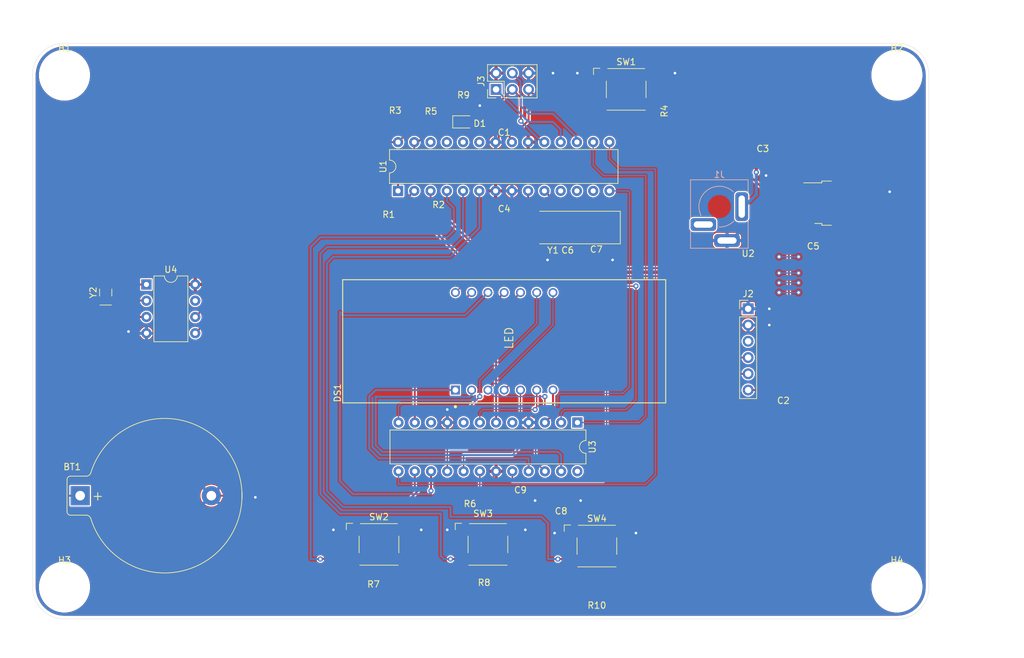
<source format=kicad_pcb>
(kicad_pcb (version 20211014) (generator pcbnew)
  (layers (0 "F.Cu" signal) (31 "B.Cu" signal) (34 "B.Paste" user) (35 "F.Paste" user) (36 "B.SilkS" user "B.Silkscreen") (37 "F.SilkS" user "F.Silkscreen") (38 "B.Mask" user) (39 "F.Mask" user) (44 "Edge.Cuts" user))
  (net 0 "")
  (net 1 "Net-(BT1-Pad1)")
  (net 2 "GND")
  (net 3 "Net-(C1-Pad1)")
  (net 4 "RESET")
  (net 5 "Net-(C2-Pad2)")
  (net 6 "Net-(C3-Pad1)")
  (net 7 "VCC")
  (net 8 "Net-(C6-Pad1)")
  (net 9 "Net-(C7-Pad1)")
  (net 10 "Net-(DS1-Pad1)")
  (net 11 "Net-(DS1-Pad2)")
  (net 12 "Net-(DS1-Pad3)")
  (net 13 "Net-(DS1-Pad4)")
  (net 14 "Net-(DS1-Pad5)")
  (net 15 "Net-(DS1-Pad6)")
  (net 16 "Net-(DS1-Pad7)")
  (net 17 "Net-(DS1-Pad9)")
  (net 18 "Net-(DS1-Pad10)")
  (net 19 "Net-(DS1-Pad11)")
  (net 20 "Net-(DS1-Pad12)")
  (net 21 "Net-(DS1-Pad13)")
  (net 22 "Net-(DS1-Pad14)")
  (net 24 "Net-(J2-Pad5)")
  (net 25 "Net-(J2-Pad4)")
  (net 27 "MISO")
  (net 28 "LED_SCK")
  (net 29 "MOSI")
  (net 30 "RXD")
  (net 31 "TXD")
  (net 32 "SCL")
  (net 33 "SDA")
  (net 34 "Net-(R6-Pad2)")
  (net 35 "BTN_DWN")
  (net 36 "BTN_SEL")
  (net 37 "BTN_UP")
  (net 41 "DISP_LOAD")
  (net 42 "DISP_CLK")
  (net 43 "DISP_DATA")
  (net 52 "Net-(U4-Pad1)")
  (net 53 "Net-(U4-Pad2)")
  (net 55 "Net-(D1-Pad1)")
  (footprint "footprints:MountingHole_3.2mm_M3" (layer "F.Cu") (at 215 140)
    (fp_text reference "H4")
    (fp_text value "MountingHole")
  )
  (footprint "footprints:C_0805_2012Metric" (layer "F.Cu") (at 197.27 109.22 180)
    (fp_text reference "C2")
    (fp_text value "C_0805_0.1uf")
  )
  (footprint "footprints:C_0805_2012Metric" (layer "F.Cu") (at 168.06 88.88)
    (fp_text reference "C7")
    (fp_text value "C_0805_22pf")
  )
  (footprint "footprints:PinHeader_2x03_P2.54mm_Vertical" (layer "F.Cu") (at 152.4 62.23 90)
    (fp_text reference "J3")
    (fp_text value "Conn_02x03_Odd_Even")
  )
  (footprint "footprints:TO-252-2" (layer "F.Cu") (at 205.74 80.01)
    (fp_text reference "U2")
    (fp_text value "L7805")
  )
  (footprint "footprints:C_0805_2012Metric" (layer "F.Cu") (at 153.67 67.31 180)
    (fp_text reference "C1")
    (fp_text value "C_0805_10uf")
  )
  (footprint "footprints:PinHeader_1x06_P2.54mm_Vertical" (layer "F.Cu") (at 191.77 96.52)
    (fp_text reference "J2")
    (fp_text value "Conn_01x06")
  )
  (footprint "footprints:SW_SPST_Omron_B3FS-100xP" (layer "F.Cu") (at 151.13 133.35)
    (fp_text reference "SW3")
    (fp_text value "Omron_B3F_SPST")
  )
  (footprint "footprints:R_0805_2012Metric" (layer "F.Cu") (at 151.13 127 180)
    (fp_text reference "R6")
    (fp_text value "R_0805_22K")
  )
  (footprint "footprints:R_0805_2012Metric" (layer "F.Cu") (at 180.34 65.62 90)
    (fp_text reference "R4")
    (fp_text value "R_0805_10K")
  )
  (footprint "footprints:C_0805_2012Metric" (layer "F.Cu") (at 153.67 82.55)
    (fp_text reference "C4")
    (fp_text value "C_0805_0.1uf")
  )
  (footprint "footprints:R_0805_2012Metric" (layer "F.Cu") (at 133.262 141.224)
    (fp_text reference "R7")
    (fp_text value "R_0805_10K")
  )
  (footprint "footprints:LED_0805_2012Metric" (layer "F.Cu") (at 147.32 67.31)
    (fp_text reference "D1")
    (fp_text value "LED_0805")
  )
  (footprint "footprints:C_0805_2012Metric" (layer "F.Cu") (at 156.21 126.492)
    (fp_text reference "C9")
    (fp_text value "C_0805_10uf")
  )
  (footprint "footprints:Adafruit-1001-0-0-MFG" (layer "F.Cu") (at 153.67 101.6 90)
    (fp_text reference "DS1")
    (fp_text value "LED")
  )
  (footprint "footprints:DIP-28_W7.62mm" (layer "F.Cu") (at 137.09 78.095 90)
    (fp_text reference "U1")
    (fp_text value "ATmega328-PU")
  )
  (footprint "footprints:R_0805_2012Metric" (layer "F.Cu") (at 168.148 141.224 180)
    (fp_text reference "R10")
    (fp_text value "R_0805_10K")
  )
  (footprint "footprints:MountingHole_3.2mm_M3" (layer "F.Cu") (at 215 60)
    (fp_text reference "H2")
    (fp_text value "MountingHole")
  )
  (footprint "footprints:R_0805_2012Metric" (layer "F.Cu") (at 142.24 67.31)
    (fp_text reference "R5")
    (fp_text value "R_0805_4.7K")
  )
  (footprint "footprints:MountingHole_3.2mm_M3" (layer "F.Cu") (at 85 140)
    (fp_text reference "H3")
    (fp_text value "MountingHole")
  )
  (footprint "footprints:DIP-8_W7.62mm" (layer "F.Cu") (at 97.8 92.72)
    (fp_text reference "U4")
    (fp_text value "DS1307_DIP-8")
  )
  (footprint "footprints:SW_SPST_Omron_B3FS-100xP" (layer "F.Cu") (at 172.72 62.23)
    (fp_text reference "SW1")
    (fp_text value "Omron_B3F_SPST")
  )
  (footprint "footprints:C_0805_2012Metric" (layer "F.Cu") (at 201.93 85.09 180)
    (fp_text reference "C5")
    (fp_text value "C_0805_0.1uf")
  )
  (footprint "footprints:BatteryHolder_Keystone_106_1x20mm" (layer "F.Cu") (at 87.446314 125.730017)
    (fp_text reference "BT1")
    (fp_text value "Battery_Cell")
  )
  (footprint "footprints:MountingHole_3.2mm_M3" (layer "F.Cu") (at 85 60)
    (fp_text reference "H1")
    (fp_text value "MountingHole")
  )
  (footprint "footprints:SW_SPST_Omron_B3FS-100xP" (layer "F.Cu") (at 134.112 133.35)
    (fp_text reference "SW2")
    (fp_text value "Omron_B3F_SPST")
  )
  (footprint "footprints:R_0805_2012Metric" (layer "F.Cu") (at 138.35 81.915)
    (fp_text reference "R1")
    (fp_text value "R_0805_47")
  )
  (footprint "footprints:R_0805_2012Metric" (layer "F.Cu") (at 143.43 81.915)
    (fp_text reference "R2")
    (fp_text value "R_0805_47")
  )
  (footprint "footprints:Crystal_SMD_HC49-SD" (layer "F.Cu") (at 165.1 83.82 180)
    (fp_text reference "Y1")
    (fp_text value "Crystal_16MHz")
  )
  (footprint "footprints:SW_SPST_Omron_B3FS-100xP" (layer "F.Cu") (at 168.148 133.604)
    (fp_text reference "SW4")
    (fp_text value "Omron_B3F_SPST")
  )
  (footprint "footprints:R_0805_2012Metric" (layer "F.Cu") (at 147.32 64.77)
    (fp_text reference "R9")
    (fp_text value "R_0805_2.2K")
  )
  (footprint "footprints:DIP-24_W7.62mm" (layer "F.Cu") (at 165.105 114.3 -90)
    (fp_text reference "U3")
    (fp_text value "MAX7219")
  )
  (footprint "footprints:Crystal_SMD_2Pin_3.2x1.5mm" (layer "F.Cu") (at 91.44 93.98 90)
    (fp_text reference "Y2")
    (fp_text value "Crystal_32768Hz")
  )
  (footprint "footprints:R_0805_2012Metric" (layer "F.Cu") (at 150.534 140.97)
    (fp_text reference "R8")
    (fp_text value "R_0805_10K")
  )
  (footprint "footprints:C_0805_2012Metric" (layer "F.Cu") (at 162.98 88.88 180)
    (fp_text reference "C6")
    (fp_text value "C_0805_22pf")
  )
  (footprint "footprints:R_0805_2012Metric" (layer "F.Cu") (at 137.16 67.31)
    (fp_text reference "R3")
    (fp_text value "R_0805_4.7K")
  )
  (footprint "footprints:C_0805_2012Metric" (layer "F.Cu") (at 194.056 73.152)
    (fp_text reference "C3")
    (fp_text value "C_0805_0.1uf")
  )
  (footprint "footprints:C_0805_2012Metric" (layer "F.Cu") (at 162.56 126.492 180)
    (fp_text reference "C8")
    (fp_text value "C_0805_0.1uf")
  )
  (footprint "footprints:Wurth-694106402002" (layer "B.Cu") (at 187.268 80.552 180)
    (fp_text reference "J1")
    (fp_text value "Power_inlet_vertical" hide)
  )
  (gr_line locked (start 220 60) (end 220 140) (layer "Edge.Cuts") (width 0.05))
  (gr_line locked (start 80 60) (end 80 140) (layer "Edge.Cuts") (width 0.05))
  (gr_arc locked (start 80 60) (mid 81.464466 56.464466) (end 85 55) (layer "Edge.Cuts") (width 0.05))
  (gr_arc locked (start 85 145) (mid 81.464466 143.535534) (end 80 140) (layer "Edge.Cuts") (width 0.05))
  (gr_arc locked (start 220 140) (mid 218.535534 143.535534) (end 215 145) (layer "Edge.Cuts") (width 0.05))
  (gr_line locked (start 215 55) (end 85 55) (layer "Edge.Cuts") (width 0.05))
  (gr_arc locked (start 215 55) (mid 218.535534 56.464466) (end 220 60) (layer "Edge.Cuts") (width 0.05))
  (gr_line locked (start 215 145) (end 85 145) (layer "Edge.Cuts") (width 0.05))
  (segment (start 97.8 97.8) (end 86.604 97.8) (width 0.3048) (layer "F.Cu") (net 1))
  (segment (start 83.82 100.584) (end 83.82 125.984) (width 0.3048) (layer "F.Cu") (net 1))
  (segment (start 84.073983 125.730017) (end 87.446314 125.730017) (width 0.3048) (layer "F.Cu") (net 1))
  (segment (start 86.603992 97.800008) (end 83.82 100.584) (width 0.3048) (layer "F.Cu") (net 1))
  (segment (start 83.82 125.984) (end 84.073983 125.730017) (width 0.3048) (layer "F.Cu") (net 1))
  (segment (start 144.785 114.3) (end 144.785 112.273) (width 0.2032) (layer "F.Cu") (net 2))
  (segment (start 156.936 131.1) (end 156.972 131.064) (width 0.2032) (layer "F.Cu") (net 2))
  (segment (start 168.91 88.88) (end 170.6 88.88) (width 0.2032) (layer "F.Cu") (net 2))
  (segment (start 172.148 131.354) (end 174.026 131.354) (width 0.2032) (layer "F.Cu") (net 2))
  (segment (start 194.564 75.692) (end 194.564 73.494) (width 0.508) (layer "F.Cu") (net 2))
  (segment (start 144.816 131.1) (end 144.78 131.064) (width 0.2032) (layer "F.Cu") (net 2))
  (segment (start 207.84 80.01) (end 212.09 80.01) (width 0.508) (layer "F.Cu") (net 2))
  (segment (start 164.148 131.354) (end 161.762 131.354) (width 0.2032) (layer "F.Cu") (net 2))
  (segment (start 168.72 59.98) (end 165.39 59.98) (width 0.3048) (layer "F.Cu") (net 2))
  (segment (start 155.13 131.1) (end 156.936 131.1) (width 0.2032) (layer "F.Cu") (net 2))
  (segment (start 157.48 59.69) (end 161.29 59.69) (width 0.3048) (layer "F.Cu") (net 2))
  (segment (start 138.112 131.1) (end 140.68 131.1) (width 0.2032) (layer "F.Cu") (net 2))
  (segment (start 152.82 67.31) (end 152.82 69.985) (width 0.3048) (layer "F.Cu") (net 2))
  (segment (start 163.41 126.492) (end 165.608 126.492) (width 0.3048) (layer "F.Cu") (net 2))
  (segment (start 176.72 59.98) (end 180.05 59.98) (width 0.3048) (layer "F.Cu") (net 2))
  (segment (start 144.785 112.273) (end 144.78 112.268) (width 0.2032) (layer "F.Cu") (net 2))
  (segment (start 202.78 85.07) (end 207.84 80.01) (width 0.508) (layer "F.Cu") (net 2))
  (segment (start 152.82 69.985) (end 152.33 70.475) (width 0.3048) (layer "F.Cu") (net 2))
  (segment (start 191.77 96.52) (end 195.072 96.52) (width 0.3048) (layer "F.Cu") (net 2))
  (segment (start 107.936314 125.730017) (end 114.554017 125.730017) (width 0.3048) (layer "F.Cu") (net 2))
  (segment (start 154.87 82.2) (end 154.52 82.55) (width 0.2032) (layer "F.Cu") (net 2))
  (segment (start 127.036 131.1) (end 127 131.064) (width 0.2032) (layer "F.Cu") (net 2))
  (segment (start 148.17 64.77) (end 149.86 64.77) (width 0.3048) (layer "F.Cu") (net 2))
  (segment (start 162.13 88.88) (end 160.44 88.88) (width 0.2032) (layer "F.Cu") (net 2))
  (segment (start 154.87 78.095) (end 154.87 82.2) (width 0.2032) (layer "F.Cu") (net 2))
  (segment (start 147.13 131.1) (end 144.816 131.1) (width 0.2032) (layer "F.Cu") (net 2))
  (segment (start 114.554017 125.730017) (end 114.808 125.984) (width 0.3048) (layer "F.Cu") (net 2))
  (segment (start 212.09 80.01) (end 213.868 78.232) (width 0.508) (layer "F.Cu") (net 2))
  (segment (start 202.78 85.09) (end 202.78 85.07) (width 0.508) (layer "F.Cu") (net 2))
  (segment (start 161.762 131.354) (end 161.544 131.572) (width 0.2032) (layer "F.Cu") (net 2))
  (segment (start 97.8 100.34) (end 95.26 100.34) (width 0.3048) (layer "F.Cu") (net 2))
  (segment (start 174.026 131.354) (end 174.244 131.572) (width 0.2032) (layer "F.Cu") (net 2))
  (segment (start 180.05 59.98) (end 180.34 59.69) (width 0.3048) (layer "F.Cu") (net 2))
  (segment (start 165.39 59.98) (end 165.1 59.69) (width 0.3048) (layer "F.Cu") (net 2))
  (segment (start 140.68 131.1) (end 140.716 131.064) (width 0.2032) (layer "F.Cu") (net 2))
  (segment (start 130.112 131.1) (end 127.036 131.1) (width 0.2032) (layer "F.Cu") (net 2))
  (segment (start 194.564 73.494) (end 194.906 73.152) (width 0.508) (layer "F.Cu") (net 2))
  (segment (start 157.06 126.492) (end 158.496 126.492) (width 0.3048) (layer "F.Cu") (net 2))
  (segment (start 95.26 100.34) (end 94.996 100.076) (width 0.3048) (layer "F.Cu") (net 2))
  (segment (start 191.77 99.06) (end 195.072 99.06) (width 0.3048) (layer "F.Cu") (net 2))
  (via (at 180.34 59.69) (size 0.8128) (drill 0.4064) (layers "F.Cu" "B.Cu") (net 2))
  (via (at 213.868 78.232) (size 0.8128) (drill 0.4064) (layers "F.Cu" "B.Cu") (net 2))
  (via (at 156.972 131.064) (size 0.8128) (drill 0.4064) (layers "F.Cu" "B.Cu") (net 2))
  (via (at 127 131.064) (size 0.8128) (drill 0.4064) (layers "F.Cu" "B.Cu") (net 2))
  (via (at 140.716 131.064) (size 0.8128) (drill 0.4064) (layers "F.Cu" "B.Cu") (net 2))
  (via (at 158.496 126.492) (size 0.8128) (drill 0.4064) (layers "F.Cu" "B.Cu") (net 2))
  (via (at 195.072 99.06) (size 0.8128) (drill 0.4064) (layers "F.Cu" "B.Cu") (net 2))
  (via (at 165.1 59.69) (size 0.8128) (drill 0.4064) (layers "F.Cu" "B.Cu") (net 2))
  (via (at 161.544 131.572) (size 0.8128) (drill 0.4064) (layers "F.Cu" "B.Cu") (net 2))
  (via (at 149.86 64.77) (size 0.8128) (drill 0.4064) (layers "F.Cu" "B.Cu") (net 2))
  (via (at 174.244 131.572) (size 0.8128) (drill 0.4064) (layers "F.Cu" "B.Cu") (net 2))
  (via (at 165.608 126.492) (size 0.8128) (drill 0.4064) (layers "F.Cu" "B.Cu") (net 2))
  (via (at 144.78 112.268) (size 0.8128) (drill 0.4064) (layers "F.Cu" "B.Cu") (net 2))
  (via (at 160.44 88.88) (size 0.8128) (drill 0.4064) (layers "F.Cu" "B.Cu") (net 2))
  (via (at 94.996 100.076) (size 0.8128) (drill 0.4064) (layers "F.Cu" "B.Cu") (net 2))
  (via (at 161.29 59.69) (size 0.8128) (drill 0.4064) (layers "F.Cu" "B.Cu") (net 2))
  (via (at 195.072 96.52) (size 0.8128) (drill 0.4064) (layers "F.Cu" "B.Cu") (net 2))
  (via (at 114.808 125.984) (size 0.8128) (drill 0.4064) (layers "F.Cu" "B.Cu") (net 2))
  (via (at 170.6 88.88) (size 0.8128) (drill 0.4064) (layers "F.Cu" "B.Cu") (net 2))
  (via (at 144.78 131.064) (size 0.8128) (drill 0.4064) (layers "F.Cu" "B.Cu") (net 2))
  (via (at 194.564 75.692) (size 0.8128) (drill 0.4064) (layers "F.Cu" "B.Cu") (net 2))
  (segment (start 194.564 82.296) (end 194.564 75.692) (width 0.508) (layer "B.Cu") (net 2))
  (segment (start 189.071006 85.852) (end 192.627006 82.296) (width 0.508) (layer "B.Cu") (net 2))
  (segment (start 192.627006 82.296) (end 194.564 82.296) (width 0.508) (layer "B.Cu") (net 2))
  (segment (start 188.468 85.852) (end 189.071006 85.852) (width 0.508) (layer "B.Cu") (net 2))
  (segment (start 154.52 70.125) (end 154.87 70.475) (width 0.3048) (layer "F.Cu") (net 3))
  (segment (start 154.52 67.31) (end 154.52 70.125) (width 0.3048) (layer "F.Cu") (net 3))
  (segment (start 157.48 62.23) (end 157.48 67.056) (width 0.3048) (layer "F.Cu") (net 4))
  (segment (start 156.025111 68.510889) (end 156.025111 74.098889) (width 0.3048) (layer "F.Cu") (net 4))
  (segment (start 176.72 64.48) (end 180.05 64.48) (width 0.3048) (layer "F.Cu") (net 4))
  (segment (start 157.48 67.056) (end 156.025111 68.510889) (width 0.3048) (layer "F.Cu") (net 4))
  (segment (start 137.16 75.692) (end 137.09 75.762) (width 0.3048) (layer "F.Cu") (net 4))
  (segment (start 198.12 81.788) (end 181.102 64.77) (width 0.3048) (layer "F.Cu") (net 4))
  (segment (start 157.48 62.23) (end 159.73 64.48) (width 0.3048) (layer "F.Cu") (net 4))
  (segment (start 180.05 64.48) (end 180.34 64.77) (width 0.3048) (layer "F.Cu") (net 4))
  (segment (start 156.025111 74.098889) (end 154.432 75.692) (width 0.3048) (layer "F.Cu") (net 4))
  (segment (start 181.102 64.77) (end 180.34 64.77) (width 0.3048) (layer "F.Cu") (net 4))
  (segment (start 168.72 64.48) (end 176.72 64.48) (width 0.3048) (layer "F.Cu") (net 4))
  (segment (start 159.73 64.48) (end 168.72 64.48) (width 0.3048) (layer "F.Cu") (net 4))
  (segment (start 137.09 75.762) (end 137.09 78.095) (width 0.3048) (layer "F.Cu") (net 4))
  (segment (start 154.432 75.692) (end 137.16 75.692) (width 0.3048) (layer "F.Cu") (net 4))
  (segment (start 198.12 109.22) (end 198.12 81.788) (width 0.3048) (layer "F.Cu") (net 4))
  (segment (start 191.77 109.22) (end 196.42 109.22) (width 0.3048) (layer "F.Cu") (net 5))
  (segment (start 193.548 68.58) (end 201.168 68.58) (width 0.508) (layer "F.Cu") (net 6))
  (segment (start 201.168 68.58) (end 201.676 69.088) (width 0.508) (layer "F.Cu") (net 6))
  (segment (start 193.04 73.318) (end 193.206 73.152) (width 0.508) (layer "F.Cu") (net 6))
  (segment (start 201.54 69.224) (end 201.54 77.73) (width 0.508) (layer "F.Cu") (net 6))
  (segment (start 193.04 75.184) (end 193.04 73.318) (width 0.508) (layer "F.Cu") (net 6))
  (segment (start 193.206 68.922) (end 193.548 68.58) (width 0.508) (layer "F.Cu") (net 6))
  (segment (start 193.206 73.152) (end 193.206 68.922) (width 0.508) (layer "F.Cu") (net 6))
  (segment (start 201.676 69.088) (end 201.54 69.224) (width 0.508) (layer "F.Cu") (net 6))
  (via (at 193.04 75.184) (size 0.8128) (drill 0.4064) (layers "F.Cu" "B.Cu") (net 6))
  (segment (start 193.04 78.684) (end 193.04 75.184) (width 0.508) (layer "B.Cu") (net 6))
  (segment (start 190.952 80.772) (end 193.04 78.684) (width 0.508) (layer "B.Cu") (net 6))
  (segment (start 132.842 67.31) (end 136.31 67.31) (width 0.3048) (layer "F.Cu") (net 7))
  (segment (start 105.42 92.72) (end 107.432 92.72) (width 0.3048) (layer "F.Cu") (net 7))
  (segment (start 107.432 92.72) (end 132.842 67.31) (width 0.3048) (layer "F.Cu") (net 7))
  (segment (start 152.33 78.095) (end 152.33 82.06) (width 0.2032) (layer "F.Cu") (net 7))
  (segment (start 201.08 82.75) (end 201.54 82.29) (width 0.508) (layer "F.Cu") (net 7))
  (segment (start 152.33 82.06) (end 152.82 82.55) (width 0.2032) (layer "F.Cu") (net 7))
  (segment (start 151.98 122.345) (end 152.405 121.92) (width 0.2032) (layer "F.Cu") (net 7))
  (segment (start 201.08 85.09) (end 201.08 82.75) (width 0.508) (layer "F.Cu") (net 7))
  (segment (start 151.98 127) (end 151.98 122.345) (width 0.2032) (layer "F.Cu") (net 7))
  (via (at 199.644 92.456) (size 0.8128) (drill 0.4064) (layers "F.Cu" "B.Cu") (net 7))
  (via (at 196.596 92.456) (size 0.8128) (drill 0.4064) (layers "F.Cu" "B.Cu") (net 7))
  (via (at 196.596 88.392) (size 0.8128) (drill 0.4064) (layers "F.Cu" "B.Cu") (net 7))
  (via (at 196.596 93.98) (size 0.8128) (drill 0.4064) (layers "F.Cu" "B.Cu") (net 7))
  (via (at 199.644 90.932) (size 0.8128) (drill 0.4064) (layers "F.Cu" "B.Cu") (net 7))
  (via (at 196.596 90.932) (size 0.8128) (drill 0.4064) (layers "F.Cu" "B.Cu") (net 7))
  (via (at 196.596 88.392) (size 0.8128) (drill 0.4064) (layers "F.Cu" "B.Cu") (net 7))
  (via (at 196.596 93.98) (size 0.8128) (drill 0.4064) (layers "F.Cu" "B.Cu") (net 7))
  (via (at 199.644 88.392) (size 0.8128) (drill 0.4064) (layers "F.Cu" "B.Cu") (net 7))
  (via (at 199.644 93.98) (size 0.8128) (drill 0.4064) (layers "F.Cu" "B.Cu") (net 7))
  (via (at 196.596 93.98) (size 0.8128) (drill 0.4064) (layers "F.Cu" "B.Cu") (net 7))
  (segment (start 196.596 90.932) (end 199.644 90.932) (width 0.2032) (layer "B.Cu") (net 7))
  (segment (start 196.596 88.392) (end 199.644 88.392) (width 0.2032) (layer "B.Cu") (net 7))
  (segment (start 196.596 93.98) (end 199.644 93.98) (width 0.2032) (layer "B.Cu") (net 7))
  (segment (start 196.596 92.456) (end 199.644 92.456) (width 0.2032) (layer "B.Cu") (net 7))
  (segment (start 157.41 78.095) (end 157.41 79.94) (width 0.3048) (layer "F.Cu") (net 8))
  (segment (start 160.02 80.01) (end 160.85 80.84) (width 0.3048) (layer "F.Cu") (net 8))
  (segment (start 160.85 80.84) (end 160.85 83.82) (width 0.3048) (layer "F.Cu") (net 8))
  (segment (start 163.83 86.8) (end 163.83 88.88) (width 0.3048) (layer "F.Cu") (net 8))
  (segment (start 157.41 79.94) (end 157.48 80.01) (width 0.3048) (layer "F.Cu") (net 8))
  (segment (start 160.85 83.82) (end 163.83 86.8) (width 0.3048) (layer "F.Cu") (net 8))
  (segment (start 157.48 80.01) (end 160.02 80.01) (width 0.3048) (layer "F.Cu") (net 8))
  (segment (start 161.865 80.01) (end 168.91 80.01) (width 0.3048) (layer "F.Cu") (net 9))
  (segment (start 169.35 83.82) (end 167.21 85.96) (width 0.3048) (layer "F.Cu") (net 9))
  (segment (start 159.95 78.095) (end 161.865 80.01) (width 0.3048) (layer "F.Cu") (net 9))
  (segment (start 168.91 80.01) (end 169.35 80.45) (width 0.3048) (layer "F.Cu") (net 9))
  (segment (start 169.35 80.45) (end 169.35 83.82) (width 0.3048) (layer "F.Cu") (net 9))
  (segment (start 167.21 85.96) (end 167.21 88.88) (width 0.3048) (layer "F.Cu") (net 9))
  (segment (start 134.112 119.888) (end 157.48 119.888) (width 0.3048) (layer "B.Cu") (net 10))
  (segment (start 132.588 118.364) (end 134.112 119.888) (width 0.3048) (layer "B.Cu") (net 10))
  (segment (start 157.48 119.888) (end 157.485 119.893) (width 0.3048) (layer "B.Cu") (net 10))
  (segment (start 146.05 109.22) (end 133.604 109.22) (width 0.3048) (layer "B.Cu") (net 10))
  (segment (start 157.485 119.893) (end 157.485 121.92) (width 0.3048) (layer "B.Cu") (net 10))
  (segment (start 133.604 109.22) (end 132.588 110.236) (width 0.3048) (layer "B.Cu") (net 10))
  (segment (start 132.588 110.236) (end 132.588 118.364) (width 0.3048) (layer "B.Cu") (net 10))
  (segment (start 148.59 109.22) (end 148.59 109.982) (width 0.3048) (layer "B.Cu") (net 11))
  (segment (start 133.604 110.236) (end 133.604 117.856) (width 0.3048) (layer "B.Cu") (net 11))
  (segment (start 148.296889 110.275111) (end 133.643111 110.275111) (width 0.3048) (layer "B.Cu") (net 11))
  (segment (start 148.59 109.982) (end 148.296889 110.275111) (width 0.3048) (layer "B.Cu") (net 11))
  (segment (start 162.565004 119.385004) (end 162.565004 121.92) (width 0.3048) (layer "B.Cu") (net 11))
  (segment (start 162.052 118.872) (end 162.565 119.385) (width 0.3048) (layer "B.Cu") (net 11))
  (segment (start 134.62 118.872) (end 162.052 118.872) (width 0.3048) (layer "B.Cu") (net 11))
  (segment (start 133.604 117.856) (end 134.62 118.872) (width 0.3048) (layer "B.Cu") (net 11))
  (segment (start 133.643111 110.275111) (end 133.604 110.236) (width 0.3048) (layer "B.Cu") (net 11))
  (segment (start 160.02 110.236) (end 160.02 112.411889) (width 0.2032) (layer "F.Cu") (net 12))
  (segment (start 158.589311 113.842578) (end 158.589311 120.484311) (width 0.2032) (layer "F.Cu") (net 12))
  (segment (start 158.589311 120.484311) (end 160.025 121.92) (width 0.2032) (layer "F.Cu") (net 12))
  (segment (start 160.02 112.411889) (end 158.589311 113.842578) (width 0.2032) (layer "F.Cu") (net 12))
  (via (at 160.02 110.236) (size 0.8128) (drill 0.4064) (layers "F.Cu" "B.Cu") (net 12))
  (segment (start 161.29 99.06) (end 151.13 109.22) (width 0.2032) (layer "B.Cu") (net 12))
  (segment (start 152.146 110.236) (end 160.02 110.236) (width 0.2032) (layer "B.Cu") (net 12))
  (segment (start 151.13 109.22) (end 152.146 110.236) (width 0.2032) (layer "B.Cu") (net 12))
  (segment (start 161.29 93.98) (end 161.29 99.06) (width 0.2032) (layer "B.Cu") (net 12))
  (segment (start 155.702 107.188) (end 169.672 107.188) (width 0.2032) (layer "F.Cu") (net 13))
  (segment (start 154.94 123.444) (end 154.945 123.439) (width 0.2032) (layer "F.Cu") (net 13))
  (segment (start 169.672 107.188) (end 169.672 122.936) (width 0.2032) (layer "F.Cu") (net 13))
  (segment (start 153.67 109.22) (end 155.702 107.188) (width 0.2032) (layer "F.Cu") (net 13))
  (segment (start 169.164 123.444) (end 154.94 123.444) (width 0.2032) (layer "F.Cu") (net 13))
  (segment (start 169.672 122.936) (end 169.164 123.444) (width 0.2032) (layer "F.Cu") (net 13))
  (segment (start 154.945 123.439) (end 154.945 121.92) (width 0.2032) (layer "F.Cu") (net 13))
  (segment (start 156.21 109.22) (end 156.21 117.602) (width 0.2032) (layer "F.Cu") (net 14))
  (segment (start 154.94 119.38) (end 147.32 119.38) (width 0.2032) (layer "F.Cu") (net 14))
  (segment (start 147.325 119.385) (end 147.325 121.92) (width 0.2032) (layer "F.Cu") (net 14))
  (segment (start 147.32 119.38) (end 147.325 119.385) (width 0.2032) (layer "F.Cu") (net 14))
  (segment (start 156.464 117.856) (end 154.94 119.38) (width 0.2032) (layer "F.Cu") (net 14))
  (segment (start 156.21 117.602) (end 156.464 117.856) (width 0.2032) (layer "F.Cu") (net 14))
  (segment (start 158.496 112.268) (end 158.75 112.014) (width 0.2032) (layer "F.Cu") (net 15))
  (segment (start 158.75 112.014) (end 158.75 109.22) (width 0.2032) (layer "F.Cu") (net 15))
  (via (at 158.496 112.268) (size 0.8128) (drill 0.4064) (layers "F.Cu" "B.Cu") (net 15))
  (segment (start 150.368 112.268) (end 158.496 112.268) (width 0.2032) (layer "B.Cu") (net 15))
  (segment (start 149.865 114.3) (end 149.865 112.771) (width 0.2032) (layer "B.Cu") (net 15))
  (segment (start 149.865 112.771) (end 150.368 112.268) (width 0.2032) (layer "B.Cu") (net 15))
  (segment (start 161.29 113.035) (end 160.025 114.3) (width 0.3048) (layer "F.Cu") (net 16))
  (segment (start 161.29 109.22) (end 161.29 113.035) (width 0.3048) (layer "F.Cu") (net 16))
  (segment (start 147.828 118.364) (end 144.78 118.364) (width 0.2032) (layer "F.Cu") (net 17))
  (segment (start 144.785 118.369) (end 144.785 121.92) (width 0.2032) (layer "F.Cu") (net 17))
  (segment (start 148.429311 117.762689) (end 147.828 118.364) (width 0.2032) (layer "F.Cu") (net 17))
  (segment (start 149.86 110.236) (end 148.429311 111.666689) (width 0.2032) (layer "F.Cu") (net 17))
  (segment (start 144.78 118.364) (end 144.785 118.369) (width 0.2032) (layer "F.Cu") (net 17))
  (segment (start 148.429311 111.666689) (end 148.429311 117.762689) (width 0.2032) (layer "F.Cu") (net 17))
  (via (at 149.86 110.236) (size 0.8128) (drill 0.4064) (layers "F.Cu" "B.Cu") (net 17))
  (segment (start 158.75 98.806) (end 149.86 107.696) (width 0.2032) (layer "B.Cu") (net 17))
  (segment (start 158.75 93.98) (end 158.75 98.806) (width 0.2032) (layer "B.Cu") (net 17))
  (segment (start 149.86 107.696) (end 149.86 110.236) (width 0.2032) (layer "B.Cu") (net 17))
  (segment (start 156.21 93.98) (end 152.405 97.785) (width 0.3048) (layer "F.Cu") (net 18))
  (segment (start 152.405 97.785) (end 152.405 114.3) (width 0.3048) (layer "F.Cu") (net 18))
  (segment (start 139.705 107.945) (end 139.705 114.3) (width 0.3048) (layer "F.Cu") (net 19))
  (segment (start 153.67 93.98) (end 139.705 107.945) (width 0.3048) (layer "F.Cu") (net 19))
  (segment (start 142.24 124.968) (end 142.245 124.963) (width 0.3048) (layer "F.Cu") (net 20))
  (segment (start 142.245 124.963) (end 142.245 121.92) (width 0.3048) (layer "F.Cu") (net 20))
  (via (at 142.24 124.968) (size 0.8128) (drill 0.4064) (layers "F.Cu" "B.Cu") (net 20))
  (segment (start 128.016 97.028) (end 128.016 123.444) (width 0.3048) (layer "B.Cu") (net 20))
  (segment (start 142.24 125.476) (end 142.24 124.968) (width 0.3048) (layer "B.Cu") (net 20))
  (segment (start 128.524 97.536) (end 128.016 97.028) (width 0.3048) (layer "B.Cu") (net 20))
  (segment (start 128.016 123.444) (end 130.048 125.476) (width 0.3048) (layer "B.Cu") (net 20))
  (segment (start 151.13 93.98) (end 147.574 97.536) (width 0.3048) (layer "B.Cu") (net 20))
  (segment (start 130.048 125.476) (end 142.24 125.476) (width 0.3048) (layer "B.Cu") (net 20))
  (segment (start 147.574 97.536) (end 128.524 97.536) (width 0.3048) (layer "B.Cu") (net 20))
  (segment (start 148.59 93.98) (end 146.558 96.012) (width 0.3048) (layer "F.Cu") (net 21))
  (segment (start 138.684 126.492) (end 140.208 124.968) (width 0.3048) (layer "F.Cu") (net 21))
  (segment (start 127 123.952) (end 129.54 126.492) (width 0.3048) (layer "F.Cu") (net 21))
  (segment (start 129.54 126.492) (end 138.684 126.492) (width 0.3048) (layer "F.Cu") (net 21))
  (segment (start 140.208 124.968) (end 139.705 124.465) (width 0.3048) (layer "F.Cu") (net 21))
  (segment (start 146.558 96.012) (end 127 96.012) (width 0.3048) (layer "F.Cu") (net 21))
  (segment (start 139.705 124.465) (end 139.705 121.92) (width 0.3048) (layer "F.Cu") (net 21))
  (segment (start 127 96.012) (end 127 123.952) (width 0.3048) (layer "F.Cu") (net 21))
  (segment (start 146.05 93.98) (end 147.054311 92.975689) (width 0.2032) (layer "F.Cu") (net 22))
  (segment (start 174.232311 92.975689) (end 174.244 92.964) (width 0.2032) (layer "F.Cu") (net 22))
  (segment (start 147.054311 92.975689) (end 174.232311 92.975689) (width 0.2032) (layer "F.Cu") (net 22))
  (via (at 174.244 92.964) (size 0.8128) (drill 0.4064) (layers "F.Cu" "B.Cu") (net 22))
  (segment (start 163.068 112.268) (end 162.565 112.771) (width 0.2032) (layer "B.Cu") (net 22))
  (segment (start 174.244 92.964) (end 174.244 110.744) (width 0.2032) (layer "B.Cu") (net 22))
  (segment (start 172.72 112.268) (end 163.068 112.268) (width 0.2032) (layer "B.Cu") (net 22))
  (segment (start 162.565 112.771) (end 162.565 114.3) (width 0.2032) (layer "B.Cu") (net 22))
  (segment (start 174.244 110.744) (end 172.72 112.268) (width 0.2032) (layer "B.Cu") (net 22))
  (segment (start 140.335 81.915) (end 149.86 91.44) (width 0.3048) (layer "F.Cu") (net 24))
  (segment (start 182.88 91.44) (end 186.69 95.25) (width 0.3048) (layer "F.Cu") (net 24))
  (segment (start 186.69 95.25) (end 186.69 106.68) (width 0.3048) (layer "F.Cu") (net 24))
  (segment (start 186.69 106.68) (end 191.77 106.68) (width 0.3048) (layer "F.Cu") (net 24))
  (segment (start 139.2 81.915) (end 140.335 81.915) (width 0.2032) (layer "F.Cu") (net 24))
  (segment (start 149.86 91.44) (end 182.88 91.44) (width 0.3048) (layer "F.Cu") (net 24))
  (segment (start 144.28 81.915) (end 152.535 90.17) (width 0.3048) (layer "F.Cu") (net 25))
  (segment (start 187.96 93.98) (end 187.96 104.14) (width 0.3048) (layer "F.Cu") (net 25))
  (segment (start 184.15 90.17) (end 187.96 93.98) (width 0.3048) (layer "F.Cu") (net 25))
  (segment (start 187.96 104.14) (end 191.77 104.14) (width 0.3048) (layer "F.Cu") (net 25))
  (segment (start 152.535 90.17) (end 184.15 90.17) (width 0.3048) (layer "F.Cu") (net 25))
  (segment (start 157.48 67.31) (end 161.29 67.31) (width 0.3048) (layer "B.Cu") (net 27))
  (segment (start 161.29 67.31) (end 162.49 68.51) (width 0.3048) (layer "B.Cu") (net 27))
  (segment (start 162.49 68.51) (end 162.49 70.475) (width 0.3048) (layer "B.Cu") (net 27))
  (segment (start 152.4 62.23) (end 157.48 67.31) (width 0.3048) (layer "B.Cu") (net 27))
  (segment (start 148.2575 67.31) (end 149.86 67.31) (width 0.3048) (layer "F.Cu") (net 28))
  (segment (start 154.94 62.23) (end 156.276076 63.566076) (width 0.3048) (layer "F.Cu") (net 28))
  (segment (start 149.86 67.31) (end 154.94 62.23) (width 0.3048) (layer "F.Cu") (net 28))
  (segment (start 156.276076 63.566076) (end 156.276076 67.183) (width 0.3048) (layer "F.Cu") (net 28))
  (via (at 156.276076 67.183) (size 0.8128) (drill 0.4064) (layers "F.Cu" "B.Cu") (net 28))
  (segment (start 156.276076 67.183) (end 159.568076 70.475) (width 0.3048) (layer "B.Cu") (net 28))
  (segment (start 159.568076 70.475) (end 159.95 70.475) (width 0.3048) (layer "B.Cu") (net 28))
  (segment (start 165.03 69.78) (end 165.03 70.475) (width 0.3048) (layer "B.Cu") (net 29))
  (segment (start 154.94 59.69) (end 156.21 60.96) (width 0.3048) (layer "B.Cu") (net 29))
  (segment (start 156.21 60.96) (end 156.21 64.77) (width 0.3048) (layer "B.Cu") (net 29))
  (segment (start 156.21 64.77) (end 157.48 66.04) (width 0.3048) (layer "B.Cu") (net 29))
  (segment (start 161.29 66.04) (end 165.03 69.78) (width 0.3048) (layer "B.Cu") (net 29))
  (segment (start 157.48 66.04) (end 161.29 66.04) (width 0.3048) (layer "B.Cu") (net 29))
  (segment (start 137.5 80.225) (end 137.5 81.915) (width 0.3048) (layer "F.Cu") (net 30))
  (segment (start 139.63 78.095) (end 137.5 80.225) (width 0.3048) (layer "F.Cu") (net 30))
  (segment (start 142.17 81.505) (end 142.58 81.915) (width 0.2032) (layer "F.Cu") (net 31))
  (segment (start 142.17 78.095) (end 142.17 81.505) (width 0.3048) (layer "F.Cu") (net 31))
  (segment (start 132.08 71.14) (end 132.08 70.612) (width 0.3048) (layer "F.Cu") (net 32))
  (segment (start 138.01 69.555) (end 137.09 70.475) (width 0.3048) (layer "F.Cu") (net 32))
  (segment (start 132.217 70.475) (end 137.09 70.475) (width 0.3048) (layer "F.Cu") (net 32))
  (segment (start 105.42 97.8) (end 132.08 71.14) (width 0.3048) (layer "F.Cu") (net 32))
  (segment (start 132.08 70.612) (end 132.217 70.475) (width 0.3048) (layer "F.Cu") (net 32))
  (segment (start 138.01 67.31) (end 138.01 69.555) (width 0.3048) (layer "F.Cu") (net 32))
  (segment (start 143.09 67.595222) (end 143.09 67.31) (width 0.3048) (layer "F.Cu") (net 33))
  (segment (start 105.42 100.34) (end 131.592 74.168) (width 0.3048) (layer "F.Cu") (net 33))
  (segment (start 139.7 74.168) (end 140.208 73.66) (width 0.3048) (layer "F.Cu") (net 33))
  (segment (start 140.208 73.66) (end 139.63 73.082) (width 0.3048) (layer "F.Cu") (net 33))
  (segment (start 140.210222 70.475) (end 143.09 67.595222) (width 0.3048) (layer "F.Cu") (net 33))
  (segment (start 139.63 73.082) (end 139.63 70.475) (width 0.3048) (layer "F.Cu") (net 33))
  (segment (start 131.592 74.168) (end 139.7 74.168) (width 0.3048) (layer "F.Cu") (net 33))
  (segment (start 139.63 70.475) (end 140.210222 70.475) (width 0.3048) (layer "F.Cu") (net 33))
  (segment (start 149.865 126.585) (end 150.28 127) (width 0.2032) (layer "F.Cu") (net 34))
  (segment (start 149.865 121.92) (end 149.865 126.585) (width 0.2032) (layer "F.Cu") (net 34))
  (segment (start 138.176 137.16) (end 138.112 137.096) (width 0.2032) (layer "F.Cu") (net 35))
  (segment (start 130.112 135.6) (end 138.112 135.6) (width 0.2032) (layer "F.Cu") (net 35))
  (segment (start 124.968 135.636) (end 125.004 135.6) (width 0.3048) (layer "F.Cu") (net 35))
  (segment (start 130.173 137.16) (end 130.048 137.16) (width 0.2032) (layer "F.Cu") (net 35))
  (segment (start 134.112 141.224) (end 134.112 141.099) (width 0.2032) (layer "F.Cu") (net 35))
  (segment (start 134.112 141.099) (end 130.173 137.16) (width 0.2032) (layer "F.Cu") (net 35))
  (segment (start 125.004 135.6) (end 130.112 135.6) (width 0.3048) (layer "F.Cu") (net 35))
  (segment (start 138.112 137.096) (end 138.112 135.6) (width 0.2032) (layer "F.Cu") (net 35))
  (segment (start 130.048 137.16) (end 130.112 137.096) (width 0.2032) (layer "F.Cu") (net 35))
  (segment (start 130.112 137.096) (end 130.112 135.6) (width 0.2032) (layer "F.Cu") (net 35))
  (segment (start 134.112 141.224) (end 138.176 137.16) (width 0.2032) (layer "F.Cu") (net 35))
  (via (at 124.968 135.636) (size 0.8128) (drill 0.4064) (layers "F.Cu" "B.Cu") (net 35))
  (segment (start 144.78 85.344) (end 124.968 85.344) (width 0.3048) (layer "B.Cu") (net 35))
  (segment (start 124.968 85.344) (end 123.444 86.868) (width 0.3048) (layer "B.Cu") (net 35))
  (segment (start 145.796 84.328) (end 144.78 85.344) (width 0.3048) (layer "B.Cu") (net 35))
  (segment (start 144.709998 78.094992) (end 144.709998 79.685998) (width 0.3048) (layer "B.Cu") (net 35))
  (segment (start 123.444 135.636) (end 124.968 135.636) (width 0.3048) (layer "B.Cu") (net 35))
  (segment (start 123.444 86.868) (end 123.444 135.636) (width 0.3048) (layer "B.Cu") (net 35))
  (segment (start 144.71 79.686) (end 145.796 80.772) (width 0.3048) (layer "B.Cu") (net 35))
  (segment (start 145.796 80.772) (end 145.796 84.328) (width 0.3048) (layer "B.Cu") (net 35))
  (segment (start 151.13 140.97) (end 151.384 140.97) (width 0.2032) (layer "F.Cu") (net 36))
  (segment (start 147.13 135.6) (end 155.13 135.6) (width 0.2032) (layer "F.Cu") (net 36))
  (segment (start 155.13 135.6) (end 155.13 137.224) (width 0.2032) (layer "F.Cu") (net 36))
  (segment (start 147.13 135.6) (end 150.876 139.346) (width 0.2032) (layer "F.Cu") (net 36))
  (segment (start 155.13 137.224) (end 151.384 140.97) (width 0.2032) (layer "F.Cu") (net 36))
  (segment (start 150.876 140.716) (end 151.13 140.97) (width 0.2032) (layer "F.Cu") (net 36))
  (segment (start 150.876 139.346) (end 150.876 140.716) (width 0.2032) (layer "F.Cu") (net 36))
  (segment (start 145.288 135.636) (end 147.094 135.636) (width 0.3048) (layer "F.Cu") (net 36))
  (segment (start 147.094 135.636) (end 147.13 135.6) (width 0.3048) (layer "F.Cu") (net 36))
  (via (at 145.288 135.636) (size 0.8128) (drill 0.4064) (layers "F.Cu" "B.Cu") (net 36))
  (segment (start 145.796 86.868) (end 125.984 86.868) (width 0.3048) (layer "B.Cu") (net 36))
  (segment (start 128.016 128.524) (end 143.764 128.524) (width 0.3048) (layer "B.Cu") (net 36))
  (segment (start 144.272 135.636) (end 145.288 135.636) (width 0.3048) (layer "B.Cu") (net 36))
  (segment (start 124.968 125.476) (end 128.016 128.524) (width 0.3048) (layer "B.Cu") (net 36))
  (segment (start 124.968 87.884) (end 124.968 125.476) (width 0.3048) (layer "B.Cu") (net 36))
  (segment (start 125.984 86.868) (end 124.968 87.884) (width 0.3048) (layer "B.Cu") (net 36))
  (segment (start 147.25 78.095) (end 147.25 85.414) (width 0.3048) (layer "B.Cu") (net 36))
  (segment (start 143.764 135.128) (end 144.272 135.636) (width 0.3048) (layer "B.Cu") (net 36))
  (segment (start 147.25 85.414) (end 145.796 86.868) (width 0.3048) (layer "B.Cu") (net 36))
  (segment (start 143.764 128.524) (end 143.764 135.128) (width 0.3048) (layer "B.Cu") (net 36))
  (segment (start 167.298 140.374) (end 167.298 141.224) (width 0.2032) (layer "F.Cu") (net 37))
  (segment (start 163.93 135.636) (end 164.148 135.854) (width 0.3048) (layer "F.Cu") (net 37))
  (segment (start 172.148 137.224) (end 172.148 135.854) (width 0.2032) (layer "F.Cu") (net 37))
  (segment (start 170.729 137.668) (end 171.704 137.668) (width 0.2032) (layer "F.Cu") (net 37))
  (segment (start 164.148 135.854) (end 172.148 135.854) (width 0.2032) (layer "F.Cu") (net 37))
  (segment (start 162.052 135.636) (end 163.93 135.636) (width 0.3048) (layer "F.Cu") (net 37))
  (segment (start 164.148 137.224) (end 167.298 140.374) (width 0.2032) (layer "F.Cu") (net 37))
  (segment (start 167.298 141.099) (end 170.729 137.668) (width 0.2032) (layer "F.Cu") (net 37))
  (segment (start 167.298 141.224) (end 167.298 141.099) (width 0.2032) (layer "F.Cu") (net 37))
  (segment (start 164.148 135.854) (end 164.148 137.224) (width 0.2032) (layer "F.Cu") (net 37))
  (segment (start 171.704 137.668) (end 172.148 137.224) (width 0.2032) (layer "F.Cu") (net 37))
  (via (at 162.052 135.636) (size 0.8128) (drill 0.4064) (layers "F.Cu" "B.Cu") (net 37))
  (segment (start 128.524 127.508) (end 145.288 127.508) (width 0.3048) (layer "B.Cu") (net 37))
  (segment (start 160.528 130.048) (end 160.528 135.636) (width 0.3048) (layer "B.Cu") (net 37))
  (segment (start 149.79 83.89) (end 145.288 88.392) (width 0.3048) (layer "B.Cu") (net 37))
  (segment (start 145.288 127.508) (end 145.288 129.032) (width 0.3048) (layer "B.Cu") (net 37))
  (segment (start 149.79 78.095) (end 149.79 83.89) (width 0.3048) (layer "B.Cu") (net 37))
  (segment (start 160.528 135.636) (end 162.052 135.636) (width 0.3048) (layer "B.Cu") (net 37))
  (segment (start 159.512 129.032) (end 160.528 130.048) (width 0.3048) (layer "B.Cu") (net 37))
  (segment (start 145.288 88.392) (end 127 88.392) (width 0.3048) (layer "B.Cu") (net 37))
  (segment (start 125.984 124.968) (end 128.524 127.508) (width 0.3048) (layer "B.Cu") (net 37))
  (segment (start 145.288 129.032) (end 159.512 129.032) (width 0.3048) (layer "B.Cu") (net 37))
  (segment (start 125.984 89.408) (end 125.984 124.968) (width 0.3048) (layer "B.Cu") (net 37))
  (segment (start 127 88.392) (end 125.984 89.408) (width 0.3048) (layer "B.Cu") (net 37))
  (segment (start 170.11 78.095) (end 173.091 78.095) (width 0.2032) (layer "B.Cu") (net 41))
  (segment (start 162.386311 109.728) (end 162.052 110.062311) (width 0.2032) (layer "B.Cu") (net 41))
  (segment (start 173.228 78.232) (end 173.228 108.712) (width 0.2032) (layer "B.Cu") (net 41))
  (segment (start 162.052 110.062311) (end 162.052 111.76) (width 0.2032) (layer "B.Cu") (net 41))
  (segment (start 173.228 108.712) (end 172.212 109.728) (width 0.2032) (layer "B.Cu") (net 41))
  (segment (start 137.165 111.755) (end 137.165 114.3) (width 0.2032) (layer "B.Cu") (net 41))
  (segment (start 161.544 111.252) (end 137.668 111.252) (width 0.2032) (layer "B.Cu") (net 41))
  (segment (start 173.091 78.095) (end 173.228 78.232) (width 0.2032) (layer "B.Cu") (net 41))
  (segment (start 137.668 111.252) (end 137.165 111.755) (width 0.2032) (layer "B.Cu") (net 41))
  (segment (start 162.052 111.76) (end 161.544 111.252) (width 0.2032) (layer "B.Cu") (net 41))
  (segment (start 172.212 109.728) (end 162.386311 109.728) (width 0.2032) (layer "B.Cu") (net 41))
  (segment (start 137.16 123.952) (end 137.165 123.947) (width 0.2032) (layer "B.Cu") (net 42))
  (segment (start 177.292 74.676) (end 177.292 122.428) (width 0.2032) (layer "B.Cu") (net 42))
  (segment (start 170.11 73.082) (end 171.704 74.676) (width 0.2032) (layer "B.Cu") (net 42))
  (segment (start 177.292 122.428) (end 175.768 123.952) (width 0.2032) (layer "B.Cu") (net 42))
  (segment (start 137.165 123.947) (end 137.165 121.92) (width 0.2032) (layer "B.Cu") (net 42))
  (segment (start 175.768 123.952) (end 137.16 123.952) (width 0.2032) (layer "B.Cu") (net 42))
  (segment (start 170.11 70.475) (end 170.11 73.082) (width 0.2032) (layer "B.Cu") (net 42))
  (segment (start 171.704 74.676) (end 177.292 74.676) (width 0.2032) (layer "B.Cu") (net 42))
  (segment (start 175.768 113.284) (end 174.752 114.3) (width 0.2032) (layer "B.Cu") (net 43))
  (segment (start 167.57 70.475) (end 167.57 74.098) (width 0.2032) (layer "B.Cu") (net 43))
  (segment (start 174.752 114.3) (end 165.105 114.3) (width 0.2032) (layer "B.Cu") (net 43))
  (segment (start 169.164 75.692) (end 175.768 75.692) (width 0.2032) (layer "B.Cu") (net 43))
  (segment (start 175.768 75.692) (end 175.768 113.284) (width 0.2032) (layer "B.Cu") (net 43))
  (segment (start 167.57 74.098) (end 169.164 75.692) (width 0.2032) (layer "B.Cu") (net 43))
  (segment (start 97.79 92.73) (end 97.8 92.72) (width 0.3048) (layer "F.Cu") (net 52))
  (segment (start 91.44 92.73) (end 97.79 92.73) (width 0.3048) (layer "F.Cu") (net 52))
  (segment (start 97.77 95.23) (end 97.8 95.26) (width 0.3048) (layer "F.Cu") (net 53))
  (segment (start 91.44 95.23) (end 97.77 95.23) (width 0.3048) (layer "F.Cu") (net 53))
  (segment (start 146.47 67.2225) (end 146.3825 67.31) (width 0.3048) (layer "F.Cu") (net 55))
  (segment (start 146.47 64.77) (end 146.47 67.2225) (width 0.3048) (layer "F.Cu") (net 55))
  (zone locked (net 0) (net_name "") (layers F&B.Cu) (connect_pads (clearance 0)) (min_thickness 0.254)
    (keepout (tracks not_allowed) (vias not_allowed) (pads allowed) (copperpour not_allowed) (footprints allowed))
    (fill (thermal_gap 0.508) (thermal_bridge_width 0.508))
    (polygon (pts (xy 219.005141 140) (xy 218.984638 139.595255) (xy 218.923337 139.194655) (xy 218.821867 138.802299) (xy 218.681267 138.422207) (xy 218.502975 138.058269) (xy 218.288818 137.714212) (xy 218.040989 137.393558) (xy 217.762024 137.09959) (xy 217.454779 136.835318) (xy 217.122401 136.603448) (xy 216.768293 136.406354) (xy 216.39608 136.246053) (xy 216.009573 136.124188) (xy 215.61273 136.042006) (xy 215.209613 136.000348) (xy 214.80435 135.999641) (xy 214.40109 136.039891) (xy 214.003962 136.120688) (xy 213.617032 136.241203) (xy 213.244262 136.400203) (xy 212.889468 136.59606) (xy 212.556283 136.826768) (xy 212.248118 137.089966) (xy 211.968128 137.382958) (xy 211.719181 137.702745) (xy 211.503824 138.046053) (xy 211.324263 138.409367) (xy 211.182337 138.788966) (xy 211.079498 139.180964) (xy 211.0168 139.581349) (xy 210.994883 139.986019) (xy 211.013974 140.390833) (xy 211.073876 140.791646) (xy 211.173975 141.184352) (xy 211.313248 141.564933) (xy 211.490268 141.929491) (xy 211.703223 142.274294) (xy 211.949932 142.595812) (xy 212.227869 142.890751) (xy 212.534189 143.156094) (xy 212.865755 143.389123) (xy 213.219173 143.587452) (xy 213.590825 143.74905) (xy 213.976904 143.872264) (xy 214.373458 143.955831) (xy 214.776427 143.998896) (xy 215.181685 144.001018) (xy 215.585083 143.962175) (xy 215.982491 143.882765) (xy 216.369839 143.763601) (xy 216.743162 143.605904) (xy 217.098637 143.411286) (xy 217.432626 143.181743) (xy 217.741708 142.919622) (xy 218.022718 142.627609) (xy 218.272781 142.308693) (xy 218.489334 141.966139) (xy 218.670162 141.603454) (xy 218.813412 141.224353) (xy 218.917619 140.832716) (xy 218.981715 140.432553) (xy 219.005043 140.027961)))
  )
  (zone locked (net 0) (net_name "") (layers F&B.Cu) (connect_pads (clearance 0)) (min_thickness 0.254)
    (keepout (tracks not_allowed) (vias not_allowed) (pads allowed) (copperpour not_allowed) (footprints allowed))
    (fill (thermal_gap 0.508) (thermal_bridge_width 0.508))
    (polygon (pts (xy 89.005141 60) (xy 88.984638 59.595255) (xy 88.923337 59.194655) (xy 88.821867 58.802299) (xy 88.681267 58.422207) (xy 88.502975 58.058269) (xy 88.288818 57.714212) (xy 88.040989 57.393558) (xy 87.762024 57.09959) (xy 87.454779 56.835318) (xy 87.122401 56.603448) (xy 86.768293 56.406354) (xy 86.39608 56.246053) (xy 86.009573 56.124188) (xy 85.61273 56.042006) (xy 85.209613 56.000348) (xy 84.80435 55.999641) (xy 84.40109 56.039891) (xy 84.003962 56.120688) (xy 83.617032 56.241203) (xy 83.244262 56.400203) (xy 82.889468 56.59606) (xy 82.556283 56.826768) (xy 82.248118 57.089966) (xy 81.968128 57.382958) (xy 81.719181 57.702745) (xy 81.503824 58.046053) (xy 81.324263 58.409367) (xy 81.182337 58.788966) (xy 81.079498 59.180964) (xy 81.0168 59.581349) (xy 80.994883 59.986019) (xy 81.013974 60.390833) (xy 81.073876 60.791646) (xy 81.173975 61.184352) (xy 81.313248 61.564933) (xy 81.490268 61.929491) (xy 81.703223 62.274294) (xy 81.949932 62.595812) (xy 82.227869 62.890751) (xy 82.534189 63.156094) (xy 82.865755 63.389123) (xy 83.219173 63.587452) (xy 83.590825 63.74905) (xy 83.976904 63.872264) (xy 84.373458 63.955831) (xy 84.776427 63.998896) (xy 85.181685 64.001018) (xy 85.585083 63.962175) (xy 85.982491 63.882765) (xy 86.369839 63.763601) (xy 86.743162 63.605904) (xy 87.098637 63.411286) (xy 87.432626 63.181743) (xy 87.741708 62.919622) (xy 88.022718 62.627609) (xy 88.272781 62.308693) (xy 88.489334 61.966139) (xy 88.670162 61.603454) (xy 88.813412 61.224353) (xy 88.917619 60.832716) (xy 88.981715 60.432553) (xy 89.005043 60.027961)))
  )
  (zone locked (net 0) (net_name "") (layers F&B.Cu) (connect_pads (clearance 0)) (min_thickness 0.254)
    (keepout (tracks not_allowed) (vias not_allowed) (pads allowed) (copperpour not_allowed) (footprints allowed))
    (fill (thermal_gap 0.508) (thermal_bridge_width 0.508))
    (polygon (pts (xy 89.005141 140) (xy 88.984638 139.595255) (xy 88.923337 139.194655) (xy 88.821867 138.802299) (xy 88.681267 138.422207) (xy 88.502975 138.058269) (xy 88.288818 137.714212) (xy 88.040989 137.393558) (xy 87.762024 137.09959) (xy 87.454779 136.835318) (xy 87.122401 136.603448) (xy 86.768293 136.406354) (xy 86.39608 136.246053) (xy 86.009573 136.124188) (xy 85.61273 136.042006) (xy 85.209613 136.000348) (xy 84.80435 135.999641) (xy 84.40109 136.039891) (xy 84.003962 136.120688) (xy 83.617032 136.241203) (xy 83.244262 136.400203) (xy 82.889468 136.59606) (xy 82.556283 136.826768) (xy 82.248118 137.089966) (xy 81.968128 137.382958) (xy 81.719181 137.702745) (xy 81.503824 138.046053) (xy 81.324263 138.409367) (xy 81.182337 138.788966) (xy 81.079498 139.180964) (xy 81.0168 139.581349) (xy 80.994883 139.986019) (xy 81.013974 140.390833) (xy 81.073876 140.791646) (xy 81.173975 141.184352) (xy 81.313248 141.564933) (xy 81.490268 141.929491) (xy 81.703223 142.274294) (xy 81.949932 142.595812) (xy 82.227869 142.890751) (xy 82.534189 143.156094) (xy 82.865755 143.389123) (xy 83.219173 143.587452) (xy 83.590825 143.74905) (xy 83.976904 143.872264) (xy 84.373458 143.955831) (xy 84.776427 143.998896) (xy 85.181685 144.001018) (xy 85.585083 143.962175) (xy 85.982491 143.882765) (xy 86.369839 143.763601) (xy 86.743162 143.605904) (xy 87.098637 143.411286) (xy 87.432626 143.181743) (xy 87.741708 142.919622) (xy 88.022718 142.627609) (xy 88.272781 142.308693) (xy 88.489334 141.966139) (xy 88.670162 141.603454) (xy 88.813412 141.224353) (xy 88.917619 140.832716) (xy 88.981715 140.432553) (xy 89.005043 140.027961)))
  )
  (zone (net 7) (net_name "VCC") (layer "F.Cu") (connect_pads (clearance 0)) (min_thickness 0.254) (fill yes (thermal_gap 0.3048) (thermal_bridge_width 0.508))
    (polygon (pts (xy 227.33 148.59) (xy 76.2 148.59) (xy 76.2 49.53) (xy 227.33 49.53)))
  )
  (zone locked (net 0) (net_name "") (layers F&B.Cu) (connect_pads (clearance 0)) (min_thickness 0.254)
    (keepout (tracks not_allowed) (vias not_allowed) (pads allowed) (copperpour not_allowed) (footprints allowed))
    (fill (thermal_gap 0.508) (thermal_bridge_width 0.508))
    (polygon (pts (xy 219.005141 60) (xy 218.984638 59.595255) (xy 218.923337 59.194655) (xy 218.821867 58.802299) (xy 218.681267 58.422207) (xy 218.502975 58.058269) (xy 218.288818 57.714212) (xy 218.040989 57.393558) (xy 217.762024 57.09959) (xy 217.454779 56.835318) (xy 217.122401 56.603448) (xy 216.768293 56.406354) (xy 216.39608 56.246053) (xy 216.009573 56.124188) (xy 215.61273 56.042006) (xy 215.209613 56.000348) (xy 214.80435 55.999641) (xy 214.40109 56.039891) (xy 214.003962 56.120688) (xy 213.617032 56.241203) (xy 213.244262 56.400203) (xy 212.889468 56.59606) (xy 212.556283 56.826768) (xy 212.248118 57.089966) (xy 211.968128 57.382958) (xy 211.719181 57.702745) (xy 211.503824 58.046053) (xy 211.324263 58.409367) (xy 211.182337 58.788966) (xy 211.079498 59.180964) (xy 211.0168 59.581349) (xy 210.994883 59.986019) (xy 211.013974 60.390833) (xy 211.073876 60.791646) (xy 211.173975 61.184352) (xy 211.313248 61.564933) (xy 211.490268 61.929491) (xy 211.703223 62.274294) (xy 211.949932 62.595812) (xy 212.227869 62.890751) (xy 212.534189 63.156094) (xy 212.865755 63.389123) (xy 213.219173 63.587452) (xy 213.590825 63.74905) (xy 213.976904 63.872264) (xy 214.373458 63.955831) (xy 214.776427 63.998896) (xy 215.181685 64.001018) (xy 215.585083 63.962175) (xy 215.982491 63.882765) (xy 216.369839 63.763601) (xy 216.743162 63.605904) (xy 217.098637 63.411286) (xy 217.432626 63.181743) (xy 217.741708 62.919622) (xy 218.022718 62.627609) (xy 218.272781 62.308693) (xy 218.489334 61.966139) (xy 218.670162 61.603454) (xy 218.813412 61.224353) (xy 218.917619 60.832716) (xy 218.981715 60.432553) (xy 219.005043 60.027961)))
  )
  (zone (net 2) (net_name "GND") (layer "B.Cu") (connect_pads (clearance 0)) (min_thickness 0.254) (fill yes (thermal_gap 0.3048) (thermal_bridge_width 0.508))
    (polygon (pts (xy 224.79 151.13) (xy 74.93 151.13) (xy 74.93 48.26) (xy 224.79 48.26)))
  )
)
</source>
